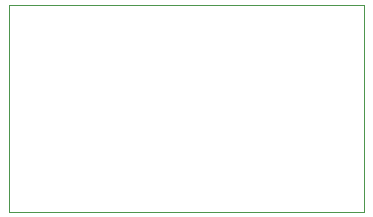
<source format=gm1>
G04 #@! TF.GenerationSoftware,KiCad,Pcbnew,(5.1.5)-3*
G04 #@! TF.CreationDate,2020-03-15T16:40:33+08:00*
G04 #@! TF.ProjectId,InHub_Sub,496e4875-625f-4537-9562-2e6b69636164,rev?*
G04 #@! TF.SameCoordinates,Original*
G04 #@! TF.FileFunction,Profile,NP*
%FSLAX46Y46*%
G04 Gerber Fmt 4.6, Leading zero omitted, Abs format (unit mm)*
G04 Created by KiCad (PCBNEW (5.1.5)-3) date 2020-03-15 16:40:33*
%MOMM*%
%LPD*%
G04 APERTURE LIST*
%ADD10C,0.050000*%
G04 APERTURE END LIST*
D10*
X48177800Y-91927800D02*
X48177800Y-74427800D01*
X78190500Y-91927800D02*
X48177800Y-91927800D01*
X78190500Y-74427800D02*
X78190500Y-91927800D01*
X48177800Y-74427800D02*
X78190500Y-74427800D01*
M02*

</source>
